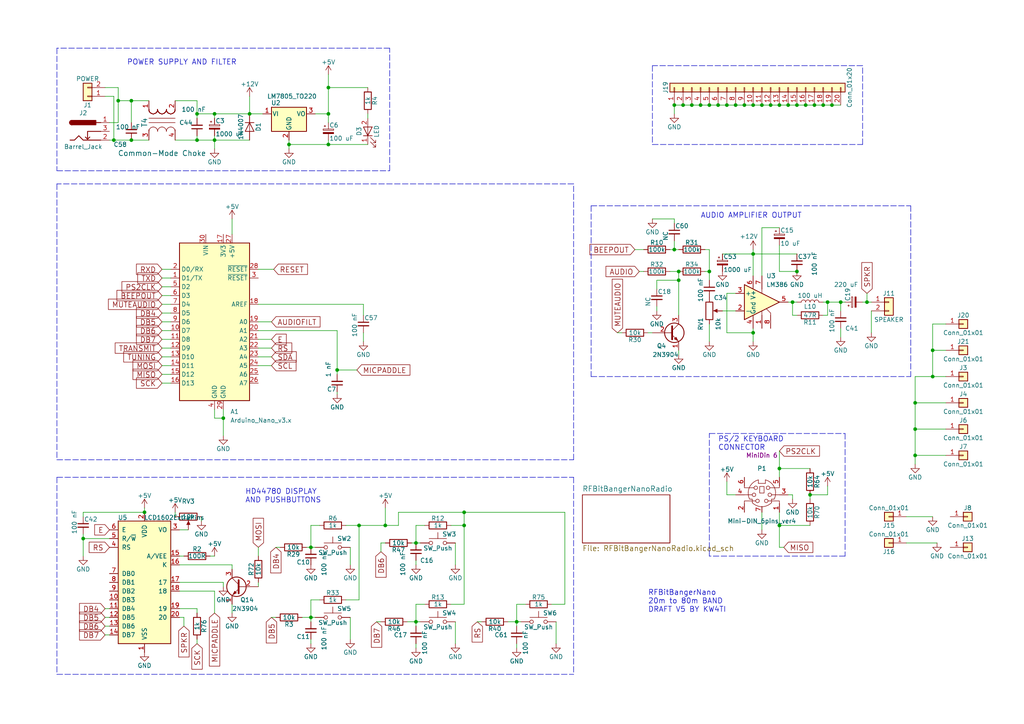
<source format=kicad_sch>
(kicad_sch (version 20211123) (generator eeschema)
  (paper "A4")
  (junction (at 265.43 116.84))
  (junction (at 198.12 30.48))
  (junction (at 265.43 132.08))
  (junction (at 195.58 30.48))
  (junction (at 120.65 157.48))
  (junction (at 231.14 78.74))
  (junction (at 218.44 30.48))
  (junction (at 251.46 87.63))
  (junction (at 270.51 109.22))
  (junction (at 218.44 96.52))
  (junction (at 270.51 101.6))
  (junction (at 83.82 41.91))
  (junction (at 72.39 33.02))
  (junction (at 34.29 29.21))
  (junction (at 57.15 40.64))
  (junction (at 226.06 135.89))
  (junction (at 97.79 107.315))
  (junction (at 95.25 41.91))
  (junction (at 95.25 33.02))
  (junction (at 134.62 148.59))
  (junction (at 241.3 30.48))
  (junction (at 223.52 30.48))
  (junction (at 95.25 25.4))
  (junction (at 218.44 73.66))
  (junction (at 213.36 30.48))
  (junction (at 233.68 30.48))
  (junction (at 38.1 29.21))
  (junction (at 90.17 158.75))
  (junction (at 210.82 30.48))
  (junction (at 215.9 30.48))
  (junction (at 196.85 78.74))
  (junction (at 231.14 30.48))
  (junction (at 38.1 40.64))
  (junction (at 236.22 30.48))
  (junction (at 234.95 143.51))
  (junction (at 120.65 180.34))
  (junction (at 205.74 30.48))
  (junction (at 220.98 30.48))
  (junction (at 196.85 81.28))
  (junction (at 240.03 87.63))
  (junction (at 57.15 33.02))
  (junction (at 64.77 121.285))
  (junction (at 62.23 40.64))
  (junction (at 203.2 30.48))
  (junction (at 208.28 30.48))
  (junction (at 200.66 30.48))
  (junction (at 41.91 148.59))
  (junction (at 205.74 78.74))
  (junction (at 104.14 152.4))
  (junction (at 265.43 124.46))
  (junction (at 195.58 72.39))
  (junction (at 226.06 30.48))
  (junction (at 62.23 33.02))
  (junction (at 243.84 87.63))
  (junction (at 111.76 152.4))
  (junction (at 238.76 30.48))
  (junction (at 33.02 40.64))
  (junction (at 229.87 87.63))
  (junction (at 149.86 180.34))
  (junction (at 226.06 152.4))
  (junction (at 90.17 179.07))
  (junction (at 24.13 156.21))
  (junction (at 228.6 30.48))
  (junction (at 134.62 152.4))
  (wire (pts (xy 231.14 30.48) (xy 233.68 30.48)))
  (polyline (pts (xy 189.23 41.91) (xy 250.19 41.91)))
  (wire (pts (xy 229.87 91.44) (xy 231.14 91.44)))
  (wire (pts (xy 46.99 78.105) (xy 49.53 78.105)))
  (wire (pts (xy 74.93 95.885) (xy 97.79 95.885)))
  (wire (pts (xy 57.15 29.21) (xy 57.15 33.02)))
  (wire (pts (xy 120.65 157.48) (xy 121.92 157.48)))
  (wire (pts (xy 57.15 40.64) (xy 57.15 39.37)))
  (wire (pts (xy 95.25 40.64) (xy 95.25 41.91)))
  (wire (pts (xy 195.58 63.5) (xy 195.58 64.77)))
  (wire (pts (xy 46.99 93.345) (xy 49.53 93.345)))
  (wire (pts (xy 111.76 152.4) (xy 111.76 147.32)))
  (wire (pts (xy 228.6 87.63) (xy 229.87 87.63)))
  (wire (pts (xy 97.79 107.315) (xy 97.79 108.585)))
  (wire (pts (xy 210.82 143.51) (xy 213.36 143.51)))
  (wire (pts (xy 24.13 154.94) (xy 24.13 156.21)))
  (wire (pts (xy 163.83 148.59) (xy 163.83 175.26)))
  (wire (pts (xy 203.2 30.48) (xy 205.74 30.48)))
  (wire (pts (xy 106.68 34.29) (xy 106.68 33.02)))
  (wire (pts (xy 226.06 148.59) (xy 226.06 152.4)))
  (wire (pts (xy 189.23 63.5) (xy 195.58 63.5)))
  (polyline (pts (xy 245.11 125.73) (xy 245.11 161.29)))
  (wire (pts (xy 58.42 151.13) (xy 58.42 149.86)))
  (wire (pts (xy 226.06 152.4) (xy 226.06 158.75)))
  (wire (pts (xy 265.43 124.46) (xy 265.43 132.08)))
  (wire (pts (xy 67.31 63.5) (xy 67.31 67.945)))
  (wire (pts (xy 52.07 168.91) (xy 64.77 168.91)))
  (wire (pts (xy 90.17 158.75) (xy 90.17 152.4)))
  (wire (pts (xy 38.1 40.64) (xy 43.18 40.64)))
  (wire (pts (xy 62.23 40.64) (xy 72.39 40.64)))
  (wire (pts (xy 62.23 39.37) (xy 62.23 40.64)))
  (wire (pts (xy 152.4 175.26) (xy 149.86 175.26)))
  (wire (pts (xy 243.84 87.63) (xy 243.84 90.17)))
  (wire (pts (xy 106.68 25.4) (xy 95.25 25.4)))
  (wire (pts (xy 120.65 175.26) (xy 120.65 180.34)))
  (wire (pts (xy 46.99 83.185) (xy 49.53 83.185)))
  (wire (pts (xy 62.23 118.745) (xy 62.23 121.285)))
  (wire (pts (xy 205.74 93.98) (xy 205.74 99.06)))
  (wire (pts (xy 194.31 72.39) (xy 195.58 72.39)))
  (wire (pts (xy 90.17 179.07) (xy 90.17 180.34)))
  (wire (pts (xy 270.51 93.98) (xy 270.51 101.6)))
  (wire (pts (xy 234.95 143.51) (xy 234.95 144.78)))
  (wire (pts (xy 274.32 101.6) (xy 270.51 101.6)))
  (wire (pts (xy 240.03 87.63) (xy 240.03 91.44)))
  (wire (pts (xy 72.39 33.02) (xy 76.2 33.02)))
  (wire (pts (xy 118.11 180.34) (xy 120.65 180.34)))
  (wire (pts (xy 132.08 180.34) (xy 132.08 186.69)))
  (polyline (pts (xy 113.03 13.97) (xy 16.51 13.97)))
  (wire (pts (xy 46.99 108.585) (xy 49.53 108.585)))
  (wire (pts (xy 34.29 29.21) (xy 34.29 35.56)))
  (wire (pts (xy 233.68 30.48) (xy 236.22 30.48)))
  (wire (pts (xy 90.17 152.4) (xy 92.71 152.4)))
  (wire (pts (xy 67.31 163.83) (xy 67.31 165.1)))
  (wire (pts (xy 74.93 106.045) (xy 78.74 106.045)))
  (wire (pts (xy 30.48 27.94) (xy 33.02 27.94)))
  (wire (pts (xy 38.1 29.21) (xy 43.18 29.21)))
  (wire (pts (xy 236.22 30.48) (xy 238.76 30.48)))
  (wire (pts (xy 120.65 152.4) (xy 123.19 152.4)))
  (wire (pts (xy 196.85 81.28) (xy 196.85 91.44)))
  (wire (pts (xy 243.84 87.63) (xy 245.11 87.63)))
  (wire (pts (xy 243.84 97.79) (xy 243.84 95.25)))
  (wire (pts (xy 111.76 152.4) (xy 115.57 152.4)))
  (wire (pts (xy 163.83 175.26) (xy 160.02 175.26)))
  (polyline (pts (xy 16.51 13.97) (xy 16.51 49.53)))
  (wire (pts (xy 31.75 40.64) (xy 33.02 40.64)))
  (polyline (pts (xy 171.45 59.69) (xy 171.45 109.22)))
  (wire (pts (xy 189.23 96.52) (xy 187.96 96.52)))
  (wire (pts (xy 270.51 149.86) (xy 262.89 149.86)))
  (wire (pts (xy 54.61 153.67) (xy 52.07 153.67)))
  (wire (pts (xy 31.75 181.61) (xy 30.48 181.61)))
  (wire (pts (xy 97.79 95.885) (xy 97.79 107.315)))
  (wire (pts (xy 24.13 148.59) (xy 24.13 149.86)))
  (wire (pts (xy 200.66 30.48) (xy 203.2 30.48)))
  (wire (pts (xy 226.06 71.12) (xy 226.06 78.74)))
  (wire (pts (xy 41.91 147.32) (xy 41.91 148.59)))
  (wire (pts (xy 104.14 152.4) (xy 104.14 173.99)))
  (wire (pts (xy 210.82 96.52) (xy 218.44 96.52)))
  (wire (pts (xy 215.9 30.48) (xy 218.44 30.48)))
  (wire (pts (xy 53.34 181.61) (xy 53.34 179.07)))
  (wire (pts (xy 186.69 78.74) (xy 185.42 78.74)))
  (wire (pts (xy 120.65 187.96) (xy 120.65 186.69)))
  (polyline (pts (xy 16.51 195.58) (xy 166.37 195.58)))
  (wire (pts (xy 46.99 80.645) (xy 49.53 80.645)))
  (wire (pts (xy 218.44 73.66) (xy 231.14 73.66)))
  (wire (pts (xy 198.12 30.48) (xy 200.66 30.48)))
  (wire (pts (xy 139.7 180.34) (xy 138.43 180.34)))
  (wire (pts (xy 57.15 33.02) (xy 62.23 33.02)))
  (wire (pts (xy 265.43 132.08) (xy 265.43 134.62)))
  (wire (pts (xy 195.58 33.02) (xy 195.58 30.48)))
  (polyline (pts (xy 171.45 109.22) (xy 264.16 109.22)))
  (wire (pts (xy 67.31 177.8) (xy 67.31 175.26)))
  (wire (pts (xy 104.14 152.4) (xy 111.76 152.4)))
  (wire (pts (xy 238.76 87.63) (xy 240.03 87.63)))
  (wire (pts (xy 52.07 163.83) (xy 67.31 163.83)))
  (wire (pts (xy 265.43 116.84) (xy 265.43 124.46)))
  (wire (pts (xy 57.15 185.42) (xy 57.15 186.69)))
  (wire (pts (xy 218.44 72.39) (xy 218.44 73.66)))
  (polyline (pts (xy 16.51 138.43) (xy 166.37 138.43)))
  (wire (pts (xy 104.14 173.99) (xy 100.33 173.99)))
  (wire (pts (xy 226.06 158.75) (xy 227.33 158.75)))
  (polyline (pts (xy 245.11 161.29) (xy 205.74 161.29)))
  (wire (pts (xy 241.3 30.48) (xy 243.84 30.48)))
  (wire (pts (xy 195.58 30.48) (xy 198.12 30.48)))
  (wire (pts (xy 95.25 33.02) (xy 95.25 35.56)))
  (wire (pts (xy 186.69 72.39) (xy 184.15 72.39)))
  (wire (pts (xy 50.8 148.59) (xy 50.8 149.86)))
  (wire (pts (xy 210.82 143.51) (xy 210.82 139.7)))
  (wire (pts (xy 274.32 132.08) (xy 265.43 132.08)))
  (wire (pts (xy 115.57 148.59) (xy 134.62 148.59)))
  (wire (pts (xy 119.38 157.48) (xy 120.65 157.48)))
  (wire (pts (xy 97.79 114.3) (xy 97.79 113.665)))
  (wire (pts (xy 220.98 153.67) (xy 220.98 148.59)))
  (wire (pts (xy 210.82 85.09) (xy 210.82 96.52)))
  (wire (pts (xy 218.44 96.52) (xy 218.44 99.06)))
  (wire (pts (xy 274.32 116.84) (xy 265.43 116.84)))
  (wire (pts (xy 46.99 98.425) (xy 49.53 98.425)))
  (wire (pts (xy 190.5 83.82) (xy 190.5 81.28)))
  (wire (pts (xy 105.41 96.52) (xy 105.41 99.06)))
  (wire (pts (xy 46.99 100.965) (xy 49.53 100.965)))
  (wire (pts (xy 223.52 30.48) (xy 226.06 30.48)))
  (wire (pts (xy 229.87 87.63) (xy 231.14 87.63)))
  (wire (pts (xy 100.33 152.4) (xy 104.14 152.4)))
  (wire (pts (xy 252.73 96.52) (xy 252.73 90.17)))
  (wire (pts (xy 46.99 85.725) (xy 49.53 85.725)))
  (wire (pts (xy 62.23 161.29) (xy 60.96 161.29)))
  (wire (pts (xy 120.65 163.83) (xy 120.65 162.56)))
  (wire (pts (xy 123.19 175.26) (xy 120.65 175.26)))
  (wire (pts (xy 195.58 69.85) (xy 195.58 72.39)))
  (wire (pts (xy 64.77 118.745) (xy 64.77 121.285)))
  (wire (pts (xy 134.62 175.26) (xy 130.81 175.26)))
  (wire (pts (xy 74.93 103.505) (xy 78.74 103.505)))
  (wire (pts (xy 62.23 33.02) (xy 72.39 33.02)))
  (polyline (pts (xy 166.37 53.34) (xy 16.51 53.34)))
  (wire (pts (xy 161.29 180.34) (xy 161.29 186.69)))
  (polyline (pts (xy 166.37 138.43) (xy 166.37 195.58)))
  (wire (pts (xy 220.98 80.01) (xy 220.98 66.04)))
  (wire (pts (xy 62.23 171.45) (xy 52.07 171.45)))
  (wire (pts (xy 110.49 157.48) (xy 111.76 157.48)))
  (wire (pts (xy 57.15 177.8) (xy 57.15 176.53)))
  (wire (pts (xy 64.77 168.91) (xy 64.77 170.18)))
  (polyline (pts (xy 113.03 49.53) (xy 113.03 13.97)))
  (wire (pts (xy 205.74 30.48) (xy 208.28 30.48)))
  (wire (pts (xy 33.02 27.94) (xy 33.02 40.64)))
  (wire (pts (xy 190.5 81.28) (xy 196.85 81.28)))
  (wire (pts (xy 218.44 95.25) (xy 218.44 96.52)))
  (wire (pts (xy 74.93 158.75) (xy 74.93 161.29)))
  (wire (pts (xy 46.99 103.505) (xy 49.53 103.505)))
  (wire (pts (xy 205.74 72.39) (xy 205.74 78.74)))
  (wire (pts (xy 218.44 30.48) (xy 220.98 30.48)))
  (polyline (pts (xy 171.45 59.69) (xy 264.16 59.69)))
  (wire (pts (xy 226.06 78.74) (xy 231.14 78.74)))
  (wire (pts (xy 208.28 30.48) (xy 210.82 30.48)))
  (wire (pts (xy 238.76 30.48) (xy 241.3 30.48)))
  (wire (pts (xy 74.93 168.91) (xy 74.93 170.18)))
  (wire (pts (xy 134.62 152.4) (xy 134.62 175.26)))
  (wire (pts (xy 274.32 93.98) (xy 270.51 93.98)))
  (wire (pts (xy 46.99 88.265) (xy 49.53 88.265)))
  (wire (pts (xy 34.29 35.56) (xy 31.75 35.56)))
  (wire (pts (xy 250.19 87.63) (xy 251.46 87.63)))
  (wire (pts (xy 90.17 158.75) (xy 91.44 158.75)))
  (wire (pts (xy 62.23 121.285) (xy 64.77 121.285)))
  (wire (pts (xy 265.43 109.22) (xy 270.51 109.22)))
  (wire (pts (xy 226.06 30.48) (xy 228.6 30.48)))
  (wire (pts (xy 92.71 173.99) (xy 90.17 173.99)))
  (wire (pts (xy 229.87 87.63) (xy 229.87 91.44)))
  (wire (pts (xy 226.06 152.4) (xy 234.95 152.4)))
  (wire (pts (xy 30.48 25.4) (xy 34.29 25.4)))
  (wire (pts (xy 62.23 40.64) (xy 62.23 43.18)))
  (wire (pts (xy 30.48 176.53) (xy 31.75 176.53)))
  (wire (pts (xy 218.44 73.66) (xy 218.44 80.01)))
  (wire (pts (xy 120.65 180.34) (xy 120.65 181.61)))
  (wire (pts (xy 226.06 130.81) (xy 226.06 135.89)))
  (wire (pts (xy 180.34 96.52) (xy 179.07 96.52)))
  (wire (pts (xy 83.82 41.91) (xy 95.25 41.91)))
  (wire (pts (xy 101.6 158.75) (xy 101.6 163.83)))
  (wire (pts (xy 226.06 135.89) (xy 226.06 138.43)))
  (wire (pts (xy 81.28 158.75) (xy 80.01 158.75)))
  (wire (pts (xy 53.34 179.07) (xy 52.07 179.07)))
  (polyline (pts (xy 16.51 133.35) (xy 166.37 133.35)))
  (wire (pts (xy 95.25 41.91) (xy 106.68 41.91)))
  (wire (pts (xy 46.99 106.045) (xy 49.53 106.045)))
  (wire (pts (xy 90.17 186.69) (xy 90.17 185.42)))
  (wire (pts (xy 62.23 177.8) (xy 62.23 171.45)))
  (wire (pts (xy 57.15 40.64) (xy 62.23 40.64)))
  (wire (pts (xy 24.13 156.21) (xy 31.75 156.21)))
  (wire (pts (xy 46.99 95.885) (xy 49.53 95.885)))
  (polyline (pts (xy 250.19 19.05) (xy 189.23 19.05)))
  (wire (pts (xy 229.87 144.78) (xy 229.87 143.51)))
  (wire (pts (xy 149.86 187.96) (xy 149.86 186.69)))
  (wire (pts (xy 101.6 179.07) (xy 101.6 185.42)))
  (wire (pts (xy 194.31 78.74) (xy 196.85 78.74)))
  (polyline (pts (xy 16.51 49.53) (xy 113.03 49.53)))
  (wire (pts (xy 209.55 73.66) (xy 218.44 73.66)))
  (wire (pts (xy 88.9 158.75) (xy 90.17 158.75)))
  (wire (pts (xy 147.32 180.34) (xy 149.86 180.34)))
  (wire (pts (xy 229.87 143.51) (xy 228.6 143.51)))
  (wire (pts (xy 46.99 90.805) (xy 49.53 90.805)))
  (wire (pts (xy 57.15 29.21) (xy 50.8 29.21)))
  (wire (pts (xy 83.82 40.64) (xy 83.82 41.91)))
  (wire (pts (xy 90.17 173.99) (xy 90.17 179.07)))
  (wire (pts (xy 34.29 25.4) (xy 34.29 29.21)))
  (wire (pts (xy 195.58 72.39) (xy 196.85 72.39)))
  (polyline (pts (xy 205.74 125.73) (xy 245.11 125.73)))
  (wire (pts (xy 240.03 140.97) (xy 240.03 143.51)))
  (wire (pts (xy 220.98 66.04) (xy 226.06 66.04)))
  (wire (pts (xy 213.36 85.09) (xy 210.82 85.09)))
  (wire (pts (xy 205.74 78.74) (xy 204.47 78.74)))
  (wire (pts (xy 120.65 180.34) (xy 121.92 180.34)))
  (wire (pts (xy 251.46 85.09) (xy 251.46 87.63)))
  (wire (pts (xy 53.34 161.29) (xy 52.07 161.29)))
  (wire (pts (xy 196.85 101.6) (xy 196.85 102.87)))
  (wire (pts (xy 271.78 157.48) (xy 262.89 157.48)))
  (wire (pts (xy 41.91 148.59) (xy 24.13 148.59)))
  (wire (pts (xy 24.13 156.21) (xy 24.13 161.29)))
  (wire (pts (xy 209.55 90.17) (xy 213.36 90.17)))
  (wire (pts (xy 134.62 152.4) (xy 130.81 152.4)))
  (wire (pts (xy 80.01 179.07) (xy 78.74 179.07)))
  (polyline (pts (xy 16.51 138.43) (xy 16.51 195.58)))
  (wire (pts (xy 149.86 180.34) (xy 151.13 180.34)))
  (wire (pts (xy 220.98 30.48) (xy 223.52 30.48)))
  (polyline (pts (xy 189.23 19.05) (xy 189.23 41.91)))
  (wire (pts (xy 83.82 41.91) (xy 83.82 43.18)))
  (wire (pts (xy 62.23 33.02) (xy 62.23 34.29)))
  (wire (pts (xy 226.06 135.89) (xy 234.95 135.89)))
  (wire (pts (xy 110.49 180.34) (xy 109.22 180.34)))
  (wire (pts (xy 228.6 30.48) (xy 231.14 30.48)))
  (wire (pts (xy 50.8 40.64) (xy 57.15 40.64)))
  (wire (pts (xy 31.75 179.07) (xy 30.48 179.07)))
  (wire (pts (xy 31.75 184.15) (xy 30.48 184.15)))
  (wire (pts (xy 95.25 25.4) (xy 95.25 33.02)))
  (wire (pts (xy 87.63 179.07) (xy 90.17 179.07)))
  (wire (pts (xy 132.08 157.48) (xy 132.08 163.83)))
  (wire (pts (xy 74.93 100.965) (xy 78.74 100.965)))
  (wire (pts (xy 240.03 87.63) (xy 243.84 87.63)))
  (wire (pts (xy 46.99 111.125) (xy 49.53 111.125)))
  (wire (pts (xy 74.93 78.105) (xy 79.375 78.105)))
  (polyline (pts (xy 166.37 133.35) (xy 166.37 53.34)))
  (wire (pts (xy 105.41 91.44) (xy 105.41 88.265)))
  (wire (pts (xy 240.03 91.44) (xy 238.76 91.44)))
  (wire (pts (xy 95.25 33.02) (xy 91.44 33.02)))
  (wire (pts (xy 33.02 40.64) (xy 38.1 40.64)))
  (wire (pts (xy 213.36 30.48) (xy 215.9 30.48)))
  (wire (pts (xy 205.74 78.74) (xy 205.74 81.28)))
  (wire (pts (xy 72.39 33.02) (xy 72.39 27.94)))
  (wire (pts (xy 196.85 78.74) (xy 196.85 81.28)))
  (wire (pts (xy 270.51 101.6) (xy 270.51 109.22)))
  (wire (pts (xy 115.57 152.4) (xy 115.57 148.59)))
  (wire (pts (xy 105.41 88.265) (xy 74.93 88.265)))
  (wire (pts (xy 210.82 30.48) (xy 213.36 30.48)))
  (polyline (pts (xy 250.19 41.91) (xy 250.19 19.05)))
  (wire (pts (xy 57.15 33.02) (xy 57.15 34.29)))
  (wire (pts (xy 74.93 93.345) (xy 78.74 93.345)))
  (wire (pts (xy 97.79 107.315) (xy 103.505 107.315)))
  (wire (pts (xy 265.43 109.22) (xy 265.43 116.84)))
  (wire (pts (xy 270.51 109.22) (xy 274.32 109.22)))
  (wire (pts (xy 251.46 87.63) (xy 252.73 87.63)))
  (wire (pts (xy 34.29 29.21) (xy 38.1 29.21)))
  (polyline (pts (xy 16.51 53.34) (xy 16.51 133.35)))
  (wire (pts (xy 74.93 98.425) (xy 78.74 98.425)))
  (polyline (pts (xy 264.16 59.69) (xy 264.16 109.22)))
  (wire (pts (xy 274.32 124.46) (xy 265.43 124.46)))
  (wire (pts (xy 240.03 143.51) (xy 234.95 143.51)))
  (wire (pts (xy 149.86 175.26) (xy 149.86 180.34)))
  (wire (pts (xy 95.25 21.59) (xy 95.25 25.4)))
  (wire (pts (xy 120.65 152.4) (xy 120.65 157.48)))
  (wire (pts (xy 134.62 148.59) (xy 134.62 152.4)))
  (wire (pts (xy 149.86 180.34) (xy 149.86 181.61)))
  (polyline (pts (xy 205.74 161.29) (xy 205.74 125.73)))
  (wire (pts (xy 38.1 35.56) (xy 38.1 29.21)))
  (wire (pts (xy 134.62 148.59) (xy 163.83 148.59)))
  (wire (pts (xy 90.17 179.07) (xy 91.44 179.07)))
  (wire (pts (xy 110.49 160.02) (xy 110.49 157.48)))
  (wire (pts (xy 64.77 121.285) (xy 64.77 126.365)))
  (wire (pts (xy 57.15 176.53) (xy 52.07 176.53)))
  (wire (pts (xy 190.5 88.9) (xy 190.5 90.17)))
  (wire (pts (xy 204.47 72.39) (xy 205.74 72.39)))
  (text "POWER SUPPLY AND FILTER" (at 36.83 19.05 0) (effects (font (size 1.524 1.524)) (justify left bottom)))
  (text "PS/2 KEYBOARD\nCONNECTOR" (at 208.28 130.81 0) (effects (font (size 1.524 1.524)) (justify left bottom)))
  (text "AUDIO AMPLIFIER OUTPUT" (at 203.2 63.5 0) (effects (font (size 1.524 1.524)) (justify left bottom)))
  (text "RFBitBangerNano\n20m to 80m BAND\nDRAFT V5 BY KW4TI" (at 187.96 177.8 0) (effects (font (size 1.524 1.524)) (justify left bottom)))
  (text "HD44780 DISPLAY\nAND PUSHBUTTONS" (at 71.12 146.05 0) (effects (font (size 1.524 1.524)) (justify left bottom)))
  (global_label "DB4" (shape input) (at 30.48 176.53 180) (effects (font (size 1.524 1.524))) (property "Intersheet References" "${INTERSHEET_REFS}" (effects hide)))
  (global_label "PS2CLK" (shape input) (at 226.06 130.81 0) (effects (font (size 1.524 1.524))) (property "Intersheet References" "${INTERSHEET_REFS}" (effects hide)))
  (global_label "RS" (shape input) (at 138.43 180.34 270) (effects (font (size 1.524 1.524))) (property "Intersheet References" "${INTERSHEET_REFS}" (effects hide)))
  (global_label "RS" (shape input) (at 31.75 158.75 180) (effects (font (size 1.524 1.524))) (property "Intersheet References" "${INTERSHEET_REFS}" (effects hide)))
  (global_label "MOSI" (shape input) (at 74.93 158.75 90) (effects (font (size 1.524 1.524))) (property "Intersheet References" "${INTERSHEET_REFS}" (effects hide)))
  (global_label "RESET" (shape input) (at 79.375 78.105 0) (effects (font (size 1.524 1.524))) (property "Intersheet References" "${INTERSHEET_REFS}" (effects hide)))
  (global_label "DB5" (shape input) (at 30.48 179.07 180) (effects (font (size 1.524 1.524))) (property "Intersheet References" "${INTERSHEET_REFS}" (effects hide)))
  (global_label "SCK" (shape input) (at 46.99 111.125 180) (effects (font (size 1.524 1.524))) (property "Intersheet References" "${INTERSHEET_REFS}" (effects hide)))
  (global_label "TUNING" (shape input) (at 46.99 103.505 180) (effects (font (size 1.524 1.524))) (property "Intersheet References" "${INTERSHEET_REFS}" (effects hide)))
  (global_label "SDA" (shape input) (at 78.74 103.505 0) (effects (font (size 1.524 1.524))) (property "Intersheet References" "${INTERSHEET_REFS}" (effects hide)))
  (global_label "SCL" (shape input) (at 78.74 106.045 0) (effects (font (size 1.524 1.524))) (property "Intersheet References" "${INTERSHEET_REFS}" (effects hide)))
  (global_label "MISO" (shape input) (at 227.33 158.75 0) (effects (font (size 1.524 1.524))) (property "Intersheet References" "${INTERSHEET_REFS}" (effects hide)))
  (global_label "DB6" (shape input) (at 46.99 95.885 180) (effects (font (size 1.524 1.524))) (property "Intersheet References" "${INTERSHEET_REFS}" (effects hide)))
  (global_label "MICPADDLE" (shape input) (at 103.505 107.315 0) (effects (font (size 1.524 1.524))) (property "Intersheet References" "${INTERSHEET_REFS}" (effects hide)))
  (global_label "SPKR" (shape input) (at 53.34 181.61 270) (effects (font (size 1.524 1.524))) (property "Intersheet References" "${INTERSHEET_REFS}" (effects hide)))
  (global_label "RS" (shape input) (at 78.74 100.965 0) (effects (font (size 1.524 1.524))) (property "Intersheet References" "${INTERSHEET_REFS}" (effects hide)))
  (global_label "AUDIO" (shape input) (at 185.42 78.74 180) (effects (font (size 1.524 1.524))) (property "Intersheet References" "${INTERSHEET_REFS}" (effects hide)))
  (global_label "DB7" (shape input) (at 109.22 180.34 270) (effects (font (size 1.524 1.524))) (property "Intersheet References" "${INTERSHEET_REFS}" (effects hide)))
  (global_label "MOSI" (shape input) (at 46.99 106.045 180) (effects (font (size 1.524 1.524))) (property "Intersheet References" "${INTERSHEET_REFS}" (effects hide)))
  (global_label "MICPADDLE" (shape input) (at 62.23 177.8 270) (effects (font (size 1.524 1.524))) (property "Intersheet References" "${INTERSHEET_REFS}" (effects hide)))
  (global_label "DB5" (shape input) (at 78.74 179.07 270) (effects (font (size 1.524 1.524))) (property "Intersheet References" "${INTERSHEET_REFS}" (effects hide)))
  (global_label "BEEPOUT" (shape input) (at 184.15 72.39 180) (effects (font (size 1.524 1.524))) (property "Intersheet References" "${INTERSHEET_REFS}" (effects hide)))
  (global_label "DB6" (shape input) (at 110.49 160.02 270) (effects (font (size 1.524 1.524))) (property "Intersheet References" "${INTERSHEET_REFS}" (effects hide)))
  (global_label "SPKR" (shape input) (at 251.46 85.09 90) (effects (font (size 1.524 1.524))) (property "Intersheet References" "${INTERSHEET_REFS}" (effects hide)))
  (global_label "RXD" (shape input) (at 46.99 78.105 180) (effects (font (size 1.524 1.524))) (property "Intersheet References" "${INTERSHEET_REFS}" (effects hide)))
  (global_label "SCK" (shape input) (at 57.15 186.69 270) (effects (font (size 1.524 1.524))) (property "Intersheet References" "${INTERSHEET_REFS}" (effects hide)))
  (global_label "DB4" (shape input) (at 46.99 90.805 180) (effects (font (size 1.524 1.524))) (property "Intersheet References" "${INTERSHEET_REFS}" (effects hide)))
  (global_label "DB7" (shape input) (at 30.48 184.15 180) (effects (font (size 1.524 1.524))) (property "Intersheet References" "${INTERSHEET_REFS}" (effects hide)))
  (global_label "DB4" (shape input) (at 80.01 158.75 270) (effects (font (size 1.524 1.524))) (property "Intersheet References" "${INTERSHEET_REFS}" (effects hide)))
  (global_label "DB7" (shape input) (at 46.99 98.425 180) (effects (font (size 1.524 1.524))) (property "Intersheet References" "${INTERSHEET_REFS}" (effects hide)))
  (global_label "DB5" (shape input) (at 46.99 93.345 180) (effects (font (size 1.524 1.524))) (property "Intersheet References" "${INTERSHEET_REFS}" (effects hide)))
  (global_label "BEEPOUT" (shape input) (at 46.99 85.725 180) (effects (font (size 1.524 1.524))) (property "Intersheet References" "${INTERSHEET_REFS}" (effects hide)))
  (global_label "TXD" (shape input) (at 46.99 80.645 180) (effects (font (size 1.524 1.524))) (property "Intersheet References" "${INTERSHEET_REFS}" (effects hide)))
  (global_label "MISO" (shape input) (at 46.99 108.585 180) (effects (font (size 1.524 1.524))) (property "Intersheet References" "${INTERSHEET_REFS}" (effects hide)))
  (global_label "E" (shape input) (at 31.75 153.67 180) (effects (font (size 1.524 1.524))) (property "Intersheet References" "${INTERSHEET_REFS}" (effects hide)))
  (global_label "DB6" (shape input) (at 30.48 181.61 180) (effects (font (size 1.524 1.524))) (property "Intersheet References" "${INTERSHEET_REFS}" (effects hide)))
  (global_label "TRANSMIT" (shape input) (at 46.99 100.965 180) (effects (font (size 1.524 1.524))) (property "Intersheet References" "${INTERSHEET_REFS}" (effects hide)))
  (global_label "PS2CLK" (shape input) (at 46.99 83.185 180) (effects (font (size 1.524 1.524))) (property "Intersheet References" "${INTERSHEET_REFS}" (effects hide)))
  (global_label "MUTEAUDIO" (shape input) (at 179.07 96.52 90) (effects (font (size 1.524 1.524))) (property "Intersheet References" "${INTERSHEET_REFS}" (effects hide)))
  (global_label "E" (shape input) (at 78.74 98.425 0) (effects (font (size 1.524 1.524))) (property "Intersheet References" "${INTERSHEET_REFS}" (effects hide)))
  (global_label "MUTEAUDIO" (shape input) (at 46.99 88.265 180) (effects (font (size 1.524 1.524))) (property "Intersheet References" "${INTERSHEET_REFS}" (effects hide)))
  (global_label "AUDIOFILT" (shape input) (at 78.74 93.345 0) (effects (font (size 1.524 1.524))) (property "Intersheet References" "${INTERSHEET_REFS}" (effects hide)))
  (symbol (lib_id "RFBitBangerNano-rescue:Barrel_Jack") (at 24.13 38.1 0) (unit 1)
    (property "Reference" "J2" (at 24.13 32.766 0))
    (property "Value" "Barrel_Jack" (at 24.13 42.545 0))
    (property "Footprint" "Connectors:BARREL_JACK" (effects hide))
  )
  (symbol (lib_id "RFBitBangerNano-rescue:CP_Small") (at 62.23 36.83 0) (unit 1)
    (property "Reference" "C3" (at 62.484 35.052 0) (effects (justify left)))
    (property "Value" "1000 uF" (at 62.484 38.862 0) (effects (justify left)))
    (property "Footprint" "Capacitors_THT:CP_Radial_D8.0mm_P3.50mm" (effects hide))
  )
  (symbol (lib_id "RFBitBangerNano-rescue:LM7805_TO220") (at 83.82 33.02 0) (unit 1)
    (property "Reference" "U2" (at 80.01 29.845 0))
    (property "Value" "LM7805_TO220" (at 77.47 27.94 0) (effects (justify left)))
    (property "Footprint" "TO_SOT_Packages_THT:TO-220-3_Vertical" (effects hide))
  )
  (symbol (lib_id "RFBitBangerNano-rescue:GND") (at 83.82 43.18 0) (unit 1)
    (property "Reference" "#PWR01" (effects hide))
    (property "Value" "GND" (at 83.82 46.99 0))
  )
  (symbol (lib_id "RFBitBangerNano-rescue:GND") (at 62.23 43.18 0) (unit 1)
    (property "Reference" "#PWR02" (effects hide))
    (property "Value" "GND" (at 62.23 46.99 0))
  )
  (symbol (lib_id "RFBitBangerNano-rescue:+12V") (at 72.39 27.94 0) (unit 1)
    (property "Reference" "#PWR03" (effects hide))
    (property "Value" "+12V" (at 72.39 24.384 0))
  )
  (symbol (lib_id "RFBitBangerNano-rescue:+5V") (at 95.25 21.59 0) (unit 1)
    (property "Reference" "#PWR04" (effects hide))
    (property "Value" "+5V" (at 95.25 18.034 0))
  )
  (symbol (lib_id "RFBitBangerNano-rescue:CP_Small") (at 95.25 38.1 0) (unit 1)
    (property "Reference" "C6" (at 95.504 36.322 0) (effects (justify left)))
    (property "Value" "100 uF" (at 95.504 40.132 0) (effects (justify left)))
    (property "Footprint" "Capacitors_THT:CP_Radial_D5.0mm_P2.50mm" (effects hide))
  )
  (symbol (lib_id "RFBitBangerNano-rescue:R") (at 106.68 29.21 0) (unit 1)
    (property "Reference" "R4" (at 108.712 29.21 90))
    (property "Value" "1k" (at 106.68 29.21 90))
    (property "Footprint" "Resistors_THT:R_Axial_DIN0207_L6.3mm_D2.5mm_P7.62mm_Horizontal" (effects hide))
  )
  (symbol (lib_id "RFBitBangerNano-rescue:LED") (at 106.68 38.1 90) (unit 1)
    (property "Reference" "D3" (at 104.14 38.1 0))
    (property "Value" "LED" (at 109.22 38.1 0))
    (property "Footprint" "LEDs:LED_D3.0mm" (effects hide))
  )
  (symbol (lib_id "RFBitBangerNano-rescue:D") (at 72.39 36.83 270) (unit 1)
    (property "Reference" "D1" (at 74.93 36.83 0))
    (property "Value" "1N4007" (at 69.85 36.83 0))
    (property "Footprint" "Diodes_THT:D_DO-41_SOD81_P7.62mm_Horizontal" (effects hide))
  )
  (symbol (lib_id "RFBitBangerNano-rescue:Conn_01x02") (at 257.81 87.63 0) (unit 1)
    (property "Reference" "J11" (at 257.81 85.09 0))
    (property "Value" "SPEAKER" (at 257.81 92.71 0))
    (property "Footprint" "Connectors_Terminal_Blocks:TerminalBlock_bornier-2_P5.08mm" (effects hide))
  )
  (symbol (lib_id "RFBitBangerNano-rescue:GND") (at 218.44 99.06 0) (unit 1)
    (property "Reference" "#PWR013" (effects hide))
    (property "Value" "GND" (at 218.44 102.87 0))
  )
  (symbol (lib_id "RFBitBangerNano-rescue:LM386") (at 220.98 87.63 0) (unit 1)
    (property "Reference" "U3" (at 222.25 80.01 0) (effects (justify left)))
    (property "Value" "LM386" (at 222.25 82.55 0) (effects (justify left)))
    (property "Footprint" "Housings_DIP:DIP-8_W7.62mm_Socket" (effects hide))
  )
  (symbol (lib_id "RFBitBangerNano-rescue:POT") (at 205.74 90.17 0) (unit 1)
    (property "Reference" "RV1" (at 203.2 93.98 90))
    (property "Value" "10k" (at 208.28 93.98 90))
    (property "Footprint" "RFBitBangerNano:Potentiometer_Big_Small_Combined" (effects hide))
  )
  (symbol (lib_id "RFBitBangerNano-rescue:GND") (at 205.74 99.06 0) (unit 1)
    (property "Reference" "#PWR014" (effects hide))
    (property "Value" "GND" (at 205.74 102.87 0))
  )
  (symbol (lib_id "RFBitBangerNano-rescue:GND") (at 252.73 96.52 0) (unit 1)
    (property "Reference" "#PWR015" (effects hide))
    (property "Value" "GND" (at 252.73 100.33 0))
  )
  (symbol (lib_id "RFBitBangerNano-rescue:CP_Small") (at 247.65 87.63 90) (unit 1)
    (property "Reference" "C19" (at 245.872 87.376 0) (effects (justify left)))
    (property "Value" "220 uF" (at 248.92 82.55 90) (effects (justify left)))
    (property "Footprint" "Capacitors_THT:CP_Radial_D7.5mm_P2.50mm" (effects hide))
  )
  (symbol (lib_id "RFBitBangerNano-rescue:GND") (at 97.79 114.3 0) (unit 1)
    (property "Reference" "#PWR016" (effects hide))
    (property "Value" "GND" (at 97.79 118.11 0))
  )
  (symbol (lib_id "RFBitBangerNano-rescue:C_Small") (at 97.79 111.125 180) (unit 1)
    (property "Reference" "C7" (at 97.536 112.903 0) (effects (justify left)))
    (property "Value" "1 nF" (at 95.25 104.775 90) (effects (justify left)))
    (property "Footprint" "Capacitors_THT:C_Disc_D5.0mm_W2.5mm_P5.00mm" (effects hide))
  )
  (symbol (lib_id "RFBitBangerNano-rescue:Conn_01x02") (at 25.4 27.94 180) (unit 1)
    (property "Reference" "J1" (at 25.4 30.48 0))
    (property "Value" "POWER" (at 25.4 22.86 0))
    (property "Footprint" "Connectors_Terminal_Blocks:TerminalBlock_bornier-2_P5.08mm" (effects hide))
  )
  (symbol (lib_id "RFBitBangerNano-rescue:Conn_01x01") (at 279.4 109.22 0) (unit 1)
    (property "Reference" "J3" (at 279.4 106.68 0))
    (property "Value" "Conn_01x01" (at 279.4 111.76 0))
    (property "Footprint" "Connectors:1pin" (effects hide))
  )
  (symbol (lib_id "RFBitBangerNano-rescue:Conn_01x01") (at 279.4 116.84 0) (unit 1)
    (property "Reference" "J4" (at 279.4 114.3 0))
    (property "Value" "Conn_01x01" (at 279.4 119.38 0))
    (property "Footprint" "Connectors:1pin" (effects hide))
  )
  (symbol (lib_id "RFBitBangerNano-rescue:Conn_01x01") (at 279.4 132.08 0) (unit 1)
    (property "Reference" "J7" (at 279.4 129.54 0))
    (property "Value" "Conn_01x01" (at 279.4 134.62 0))
    (property "Footprint" "Connectors:1pin" (effects hide))
  )
  (symbol (lib_id "RFBitBangerNano-rescue:Conn_01x01") (at 279.4 124.46 0) (unit 1)
    (property "Reference" "J6" (at 279.4 121.92 0))
    (property "Value" "Conn_01x01" (at 279.4 127 0))
    (property "Footprint" "Connectors:1pin" (effects hide))
  )
  (symbol (lib_id "RFBitBangerNano-rescue:SW_Push") (at 96.52 158.75 0) (unit 1)
    (property "Reference" "SW2" (at 97.79 156.21 0) (effects (justify left)))
    (property "Value" "SW_Push" (at 96.52 160.274 0))
    (property "Footprint" "Buttons_Switches_THT:SW_PUSH_6mm" (effects hide))
  )
  (symbol (lib_id "RFBitBangerNano-rescue:GND") (at 101.6 163.83 0) (unit 1)
    (property "Reference" "#PWR017" (effects hide))
    (property "Value" "GND" (at 101.6 167.64 0))
  )
  (symbol (lib_id "RFBitBangerNano-rescue:C_Small") (at 90.17 161.29 180) (unit 1)
    (property "Reference" "C10" (at 89.916 163.068 0) (effects (justify left)))
    (property "Value" "100 nF" (at 93.98 160.02 90) (effects (justify left)))
    (property "Footprint" "Capacitors_THT:C_Disc_D5.0mm_W2.5mm_P2.50mm" (effects hide))
  )
  (symbol (lib_id "RFBitBangerNano-rescue:GND") (at 90.17 163.83 0) (unit 1)
    (property "Reference" "#PWR018" (effects hide))
    (property "Value" "GND" (at 90.17 167.64 0))
  )
  (symbol (lib_id "RFBitBangerNano-rescue:R") (at 96.52 152.4 90) (unit 1)
    (property "Reference" "R6" (at 96.52 150.368 90))
    (property "Value" "1k" (at 96.52 152.4 90))
    (property "Footprint" "Resistors_THT:R_Axial_DIN0207_L6.3mm_D2.5mm_P7.62mm_Horizontal" (effects hide))
  )
  (symbol (lib_id "RFBitBangerNano-rescue:SW_Push") (at 127 157.48 0) (unit 1)
    (property "Reference" "SW3" (at 128.27 154.94 0) (effects (justify left)))
    (property "Value" "SW_Push" (at 127 159.004 0))
    (property "Footprint" "Buttons_Switches_THT:SW_PUSH_6mm" (effects hide))
  )
  (symbol (lib_id "RFBitBangerNano-rescue:GND") (at 132.08 163.83 0) (unit 1)
    (property "Reference" "#PWR019" (effects hide))
    (property "Value" "GND" (at 132.08 167.64 0))
  )
  (symbol (lib_id "RFBitBangerNano-rescue:C_Small") (at 120.65 160.02 180) (unit 1)
    (property "Reference" "C16" (at 125.73 162.56 0) (effects (justify left)))
    (property "Value" "100 nF" (at 116.84 160.02 90) (effects (justify left)))
    (property "Footprint" "Capacitors_THT:C_Disc_D5.0mm_W2.5mm_P2.50mm" (effects hide))
  )
  (symbol (lib_id "RFBitBangerNano-rescue:GND") (at 120.65 163.83 0) (unit 1)
    (property "Reference" "#PWR020" (effects hide))
    (property "Value" "GND" (at 120.65 167.64 0))
  )
  (symbol (lib_id "RFBitBangerNano-rescue:R") (at 127 152.4 90) (unit 1)
    (property "Reference" "R12" (at 127 150.368 90))
    (property "Value" "1k" (at 127 152.4 90))
    (property "Footprint" "Resistors_THT:R_Axial_DIN0207_L6.3mm_D2.5mm_P7.62mm_Horizontal" (effects hide))
  )
  (symbol (lib_id "RFBitBangerNano-rescue:SW_Push") (at 127 180.34 0) (unit 1)
    (property "Reference" "SW4" (at 128.27 177.8 0) (effects (justify left)))
    (property "Value" "SW_Push" (at 127 181.864 0))
    (property "Footprint" "Buttons_Switches_THT:SW_PUSH_6mm" (effects hide))
  )
  (symbol (lib_id "RFBitBangerNano-rescue:GND") (at 132.08 186.69 0) (unit 1)
    (property "Reference" "#PWR021" (effects hide))
    (property "Value" "GND" (at 132.08 190.5 0))
  )
  (symbol (lib_id "RFBitBangerNano-rescue:C_Small") (at 120.65 184.15 180) (unit 1)
    (property "Reference" "C17" (at 118.11 184.15 0) (effects (justify left)))
    (property "Value" "100 nF" (at 123.19 182.88 90) (effects (justify left)))
    (property "Footprint" "Capacitors_THT:C_Disc_D5.0mm_W2.5mm_P2.50mm" (effects hide))
  )
  (symbol (lib_id "RFBitBangerNano-rescue:GND") (at 120.65 187.96 0) (unit 1)
    (property "Reference" "#PWR022" (effects hide))
    (property "Value" "GND" (at 120.65 191.77 0))
  )
  (symbol (lib_id "RFBitBangerNano-rescue:R") (at 127 175.26 90) (unit 1)
    (property "Reference" "R13" (at 127 173.228 90))
    (property "Value" "1k" (at 127 175.26 90))
    (property "Footprint" "Resistors_THT:R_Axial_DIN0207_L6.3mm_D2.5mm_P7.62mm_Horizontal" (effects hide))
  )
  (symbol (lib_id "RFBitBangerNano-rescue:R") (at 190.5 78.74 90) (unit 1)
    (property "Reference" "R32" (at 190.5 76.708 90))
    (property "Value" "100k" (at 190.5 78.74 90))
    (property "Footprint" "Resistors_THT:R_Axial_DIN0207_L6.3mm_D2.5mm_P7.62mm_Horizontal" (effects hide))
  )
  (symbol (lib_id "RFBitBangerNano-rescue:SW_Push") (at 96.52 179.07 0) (unit 1)
    (property "Reference" "SW5" (at 97.79 176.53 0) (effects (justify left)))
    (property "Value" "SW_Push" (at 96.52 180.594 0))
    (property "Footprint" "Buttons_Switches_THT:SW_PUSH_6mm" (effects hide))
  )
  (symbol (lib_id "RFBitBangerNano-rescue:GND") (at 101.6 185.42 0) (unit 1)
    (property "Reference" "#PWR023" (effects hide))
    (property "Value" "GND" (at 101.6 189.23 0))
  )
  (symbol (lib_id "RFBitBangerNano-rescue:C_Small") (at 90.17 182.88 180) (unit 1)
    (property "Reference" "C11" (at 89.916 184.658 0) (effects (justify left)))
    (property "Value" "100 nF" (at 93.98 181.61 90) (effects (justify left)))
    (property "Footprint" "Capacitors_THT:C_Disc_D5.0mm_W2.5mm_P2.50mm" (effects hide))
  )
  (symbol (lib_id "RFBitBangerNano-rescue:GND") (at 90.17 186.69 0) (unit 1)
    (property "Reference" "#PWR024" (effects hide))
    (property "Value" "GND" (at 90.17 190.5 0))
  )
  (symbol (lib_id "RFBitBangerNano-rescue:R") (at 96.52 173.99 90) (unit 1)
    (property "Reference" "R33" (at 96.52 171.958 90))
    (property "Value" "1k" (at 96.52 173.99 90))
    (property "Footprint" "Resistors_THT:R_Axial_DIN0207_L6.3mm_D2.5mm_P7.62mm_Horizontal" (effects hide))
  )
  (symbol (lib_id "RFBitBangerNano-rescue:2N3904") (at 194.31 96.52 0) (unit 1)
    (property "Reference" "Q4" (at 190.5 100.33 0) (effects (justify left)))
    (property "Value" "2N3904" (at 189.23 102.87 0) (effects (justify left)))
    (property "Footprint" "TO_SOT_Packages_THT:TO-92_Inline_Wide" (effects hide))
  )
  (symbol (lib_id "RFBitBangerNano-rescue:R") (at 184.15 96.52 270) (unit 1)
    (property "Reference" "R30" (at 184.15 98.552 90))
    (property "Value" "10k" (at 184.15 96.52 90))
    (property "Footprint" "Resistors_THT:R_Axial_DIN0207_L6.3mm_D2.5mm_P7.62mm_Horizontal" (effects hide))
  )
  (symbol (lib_id "RFBitBangerNano-rescue:GND") (at 196.85 102.87 0) (unit 1)
    (property "Reference" "#PWR025" (effects hide))
    (property "Value" "GND" (at 196.85 106.68 0))
  )
  (symbol (lib_id "RFBitBangerNano-rescue:+12V") (at 218.44 72.39 0) (unit 1)
    (property "Reference" "#PWR026" (effects hide))
    (property "Value" "+12V" (at 217.17 68.58 0))
  )
  (symbol (lib_id "RFBitBangerNano-rescue:R") (at 200.66 72.39 90) (unit 1)
    (property "Reference" "R31" (at 200.66 70.358 90))
    (property "Value" "100k" (at 200.66 72.39 90))
    (property "Footprint" "Resistors_THT:R_Axial_DIN0207_L6.3mm_D2.5mm_P7.62mm_Horizontal" (effects hide))
  )
  (symbol (lib_id "RFBitBangerNano-rescue:C_Small") (at 205.74 83.82 0) (unit 1)
    (property "Reference" "C34" (at 207.01 86.36 0) (effects (justify left)))
    (property "Value" "100 nF" (at 203.2 87.63 90) (effects (justify left)))
    (property "Footprint" "Capacitors_THT:C_Disc_D5.0mm_W2.5mm_P2.50mm" (effects hide))
  )
  (symbol (lib_id "RFBitBangerNano-rescue:R") (at 200.66 78.74 90) (unit 1)
    (property "Reference" "R34" (at 200.66 76.708 90))
    (property "Value" "100k" (at 200.66 78.74 90))
    (property "Footprint" "Resistors_THT:R_Axial_DIN0207_L6.3mm_D2.5mm_P7.62mm_Horizontal" (effects hide))
  )
  (symbol (lib_id "RFBitBangerNano-rescue:C_Small") (at 231.14 76.2 0) (unit 1)
    (property "Reference" "C37" (at 231.394 74.422 0) (effects (justify left)))
    (property "Value" "100 nF" (at 236.22 80.01 90) (effects (justify left)))
    (property "Footprint" "Capacitors_THT:C_Disc_D5.0mm_W2.5mm_P2.50mm" (effects hide))
  )
  (symbol (lib_id "RFBitBangerNano-rescue:GND") (at 231.14 78.74 0) (unit 1)
    (property "Reference" "#PWR027" (effects hide))
    (property "Value" "GND" (at 231.14 82.55 0))
  )
  (symbol (lib_id "RFBitBangerNano-rescue:C_Small") (at 57.15 36.83 180) (unit 1)
    (property "Reference" "C44" (at 55.88 35.56 0) (effects (justify left)))
    (property "Value" "100 nF" (at 59.69 31.75 0) (effects (justify left)))
    (property "Footprint" "Capacitors_THT:C_Disc_D5.0mm_W2.5mm_P2.50mm" (effects hide))
  )
  (symbol (lib_id "RFBitBangerNano-rescue:+5V") (at 62.23 161.29 0) (unit 1)
    (property "Reference" "#PWR028" (effects hide))
    (property "Value" "+5V" (at 62.23 157.734 0))
  )
  (symbol (lib_id "RFBitBangerNano-rescue:R") (at 57.15 161.29 90) (unit 1)
    (property "Reference" "R2" (at 57.15 159.258 90))
    (property "Value" "100R" (at 57.15 161.29 90))
    (property "Footprint" "Resistors_THT:R_Axial_DIN0207_L6.3mm_D2.5mm_P7.62mm_Horizontal" (effects hide))
  )
  (symbol (lib_id "RFBitBangerNano-rescue:GND") (at 41.91 189.23 0) (unit 1)
    (property "Reference" "#PWR029" (effects hide))
    (property "Value" "GND" (at 41.91 193.04 0))
  )
  (symbol (lib_id "RFBitBangerNano-rescue:+5V") (at 41.91 147.32 0) (unit 1)
    (property "Reference" "#PWR030" (effects hide))
    (property "Value" "+5V" (at 41.91 143.764 0))
  )
  (symbol (lib_id "RFBitBangerNano-rescue:POT") (at 54.61 149.86 270) (unit 1)
    (property "Reference" "RV3" (at 54.61 145.415 90))
    (property "Value" "10k" (at 54.61 149.86 90))
    (property "Footprint" "Potentiometers:Potentiometer_Triwood_RM-065" (effects hide))
  )
  (symbol (lib_id "RFBitBangerNano-rescue:+5V") (at 50.8 148.59 0) (unit 1)
    (property "Reference" "#PWR031" (effects hide))
    (property "Value" "+5V" (at 50.8 145.034 0))
  )
  (symbol (lib_id "RFBitBangerNano-rescue:GND") (at 58.42 151.13 0) (unit 1)
    (property "Reference" "#PWR032" (effects hide))
    (property "Value" "GND" (at 58.42 154.94 0))
  )
  (symbol (lib_id "RFBitBangerNano-rescue:+5V") (at 111.76 147.32 0) (unit 1)
    (property "Reference" "#PWR033" (effects hide))
    (property "Value" "+5V" (at 111.76 143.764 0))
  )
  (symbol (lib_id "RFBitBangerNano-rescue:GND") (at 24.13 161.29 0) (unit 1)
    (property "Reference" "#PWR034" (effects hide))
    (property "Value" "GND" (at 24.13 165.1 0))
  )
  (symbol (lib_id "RFBitBangerNano-rescue:R") (at 85.09 158.75 270) (unit 1)
    (property "Reference" "R29" (at 85.09 160.782 90))
    (property "Value" "10k" (at 85.09 158.75 90))
    (property "Footprint" "Resistors_THT:R_Axial_DIN0207_L6.3mm_D2.5mm_P7.62mm_Horizontal" (effects hide))
  )
  (symbol (lib_id "RFBitBangerNano-rescue:R") (at 115.57 157.48 270) (unit 1)
    (property "Reference" "R47" (at 115.57 159.512 90))
    (property "Value" "10k" (at 115.57 157.48 90))
    (property "Footprint" "Resistors_THT:R_Axial_DIN0207_L6.3mm_D2.5mm_P7.62mm_Horizontal" (effects hide))
  )
  (symbol (lib_id "RFBitBangerNano-rescue:R") (at 83.82 179.07 270) (unit 1)
    (property "Reference" "R3" (at 83.82 181.102 90))
    (property "Value" "10k" (at 83.82 179.07 90))
    (property "Footprint" "Resistors_THT:R_Axial_DIN0207_L6.3mm_D2.5mm_P7.62mm_Horizontal" (effects hide))
  )
  (symbol (lib_id "RFBitBangerNano-rescue:R") (at 114.3 180.34 270) (unit 1)
    (property "Reference" "R46" (at 114.3 182.372 90))
    (property "Value" "10k" (at 114.3 180.34 90))
    (property "Footprint" "Resistors_THT:R_Axial_DIN0207_L6.3mm_D2.5mm_P7.62mm_Horizontal" (effects hide))
  )
  (symbol (lib_id "RFBitBangerNano-rescue:C_Small") (at 24.13 152.4 0) (unit 1)
    (property "Reference" "C42" (at 24.384 150.622 0) (effects (justify left)))
    (property "Value" "100 nF" (at 21.59 154.94 90) (effects (justify left)))
    (property "Footprint" "Capacitors_THT:C_Disc_D5.0mm_W2.5mm_P2.50mm" (effects hide))
  )
  (symbol (lib_id "RFBitBangerNano-rescue:GND") (at 67.31 177.8 0) (unit 1)
    (property "Reference" "#PWR040" (effects hide))
    (property "Value" "GND" (at 67.31 181.61 0))
  )
  (symbol (lib_id "mini-din_6pins_ver4:Mini-DIN_6pins_ver4") (at 220.98 143.51 0) (unit 1)
    (property "Reference" "P1" (at 220.98 135.89 0))
    (property "Value" "Mini-DIN_6pins_ver4" (at 220.98 151.13 0))
    (property "Footprint" "MiniDin 6" (at 220.98 132.08 0))
  )
  (symbol (lib_id "RFBitBangerNano-rescue:R") (at 234.95 148.59 0) (unit 1)
    (property "Reference" "R70" (at 236.982 148.59 90))
    (property "Value" "10k" (at 234.95 148.59 90))
    (property "Footprint" "Resistors_THT:R_Axial_DIN0207_L6.3mm_D2.5mm_P7.62mm_Horizontal" (effects hide))
  )
  (symbol (lib_id "RFBitBangerNano-rescue:R") (at 234.95 139.7 0) (unit 1)
    (property "Reference" "R64" (at 236.982 139.7 90))
    (property "Value" "10k" (at 234.95 139.7 90))
    (property "Footprint" "Resistors_THT:R_Axial_DIN0207_L6.3mm_D2.5mm_P7.62mm_Horizontal" (effects hide))
  )
  (symbol (lib_id "RFBitBangerNano-rescue:+5V") (at 240.03 140.97 0) (unit 1)
    (property "Reference" "#PWR036" (effects hide))
    (property "Value" "+5V" (at 240.03 137.414 0))
  )
  (symbol (lib_id "RFBitBangerNano-rescue:+5V") (at 210.82 139.7 0) (unit 1)
    (property "Reference" "#PWR037" (effects hide))
    (property "Value" "+5V" (at 210.82 136.144 0))
  )
  (symbol (lib_id "RFBitBangerNano-rescue:GND") (at 229.87 144.78 0) (unit 1)
    (property "Reference" "#PWR038" (effects hide))
    (property "Value" "GND" (at 229.87 148.59 0))
  )
  (symbol (lib_id "RFBitBangerNano-rescue:GND") (at 220.98 153.67 0) (unit 1)
    (property "Reference" "#PWR039" (effects hide))
    (property "Value" "GND" (at 220.98 157.48 0))
  )
  (symbol (lib_id "RFBitBangerNano-rescue:Conn_01x01") (at 280.67 149.86 0) (unit 1)
    (property "Reference" "J8" (at 280.67 147.32 0))
    (property "Value" "Conn_01x01" (at 280.67 152.4 0))
    (property "Footprint" "Connectors:1pin" (effects hide))
  )
  (symbol (lib_id "RFBitBangerNano-rescue:Conn_01x01") (at 280.67 158.75 0) (unit 1)
    (property "Reference" "J13" (at 280.67 156.21 0))
    (property "Value" "Conn_01x01" (at 280.67 161.29 0))
    (property "Footprint" "Connectors:1pin" (effects hide))
  )
  (symbol (lib_id "RFBitBangerNano-rescue:2N3904") (at 69.85 170.18 0) (mirror y) (unit 1)
    (property "Reference" "Q14" (at 73.66 173.99 0) (effects (justify left)))
    (property "Value" "2N3904" (at 74.93 176.53 0) (effects (justify left)))
    (property "Footprint" "TO_SOT_Packages_THT:TO-92_Inline_Wide" (effects hide))
  )
  (symbol (lib_id "RFBitBangerNano-rescue:R") (at 74.93 165.1 180) (unit 1)
    (property "Reference" "R72" (at 72.898 165.1 90))
    (property "Value" "10k" (at 74.93 165.1 90))
    (property "Footprint" "Resistors_THT:R_Axial_DIN0207_L6.3mm_D2.5mm_P7.62mm_Horizontal" (effects hide))
  )
  (symbol (lib_id "doublewindingtransformer:DoubleWindingTransformer") (at 46.99 35.56 90) (mirror x) (unit 1)
    (property "Reference" "T4" (at 41.91 35.56 0) (effects (font (size 1.524 1.524))))
    (property "Value" "Common-Mode Choke" (at 46.99 44.45 90) (effects (font (size 1.524 1.524))))
    (property "Footprint" "RFBitBangerNano:DoubleWindingTransformer" (effects hide))
  )
  (symbol (lib_id "RFBitBangerNano-rescue:GND") (at 265.43 134.62 0) (unit 1)
    (property "Reference" "#PWR041" (effects hide))
    (property "Value" "GND" (at 265.43 138.43 0))
  )
  (symbol (lib_id "RFBitBangerNano-rescue:C_Small") (at 243.84 92.71 0) (unit 1)
    (property "Reference" "C41" (at 245.11 95.25 0) (effects (justify left)))
    (property "Value" "100 nF" (at 241.3 96.52 90) (effects (justify left)))
    (property "Footprint" "Capacitors_THT:C_Disc_D5.0mm_W2.5mm_P5.00mm" (effects hide))
  )
  (symbol (lib_id "RFBitBangerNano-rescue:GND") (at 243.84 97.79 0) (unit 1)
    (property "Reference" "#PWR042" (effects hide))
    (property "Value" "GND" (at 243.84 101.6 0))
  )
  (symbol (lib_id "RFBitBangerNano-rescue:C_Small") (at 38.1 38.1 180) (unit 1)
    (property "Reference" "C58" (at 36.83 41.91 0) (effects (justify left)))
    (property "Value" "100 nF" (at 40.64 36.83 0) (effects (justify left)))
    (property "Footprint" "Capacitors_THT:C_Disc_D5.0mm_W2.5mm_P2.50mm" (effects hide))
  )
  (symbol (lib_id "RFBitBangerNano-rescue:R") (at 57.15 181.61 0) (unit 1)
    (property "Reference" "R76" (at 59.182 181.61 90))
    (property "Value" "1k" (at 57.15 181.61 90))
    (property "Footprint" "Resistors_THT:R_Axial_DIN0207_L6.3mm_D2.5mm_P7.62mm_Horizontal" (effects hide))
  )
  (symbol (lib_id "RFBitBangerNano-rescue:CP_Small") (at 209.55 76.2 0) (unit 1)
    (property "Reference" "C53" (at 209.804 74.422 0) (effects (justify left)))
    (property "Value" "1000 uF" (at 209.804 78.232 0) (effects (justify left)))
    (property "Footprint" "Capacitors_THT:CP_Radial_D8.0mm_P3.50mm" (effects hide))
  )
  (symbol (lib_id "RFBitBangerNano-rescue:GND") (at 209.55 78.74 0) (unit 1)
    (property "Reference" "#PWR044" (effects hide))
    (property "Value" "GND" (at 209.55 82.55 0))
  )
  (symbol (lib_id "RFBitBangerNano-rescue:L") (at 234.95 87.63 90) (unit 1)
    (property "Reference" "L10" (at 234.95 88.9 90))
    (property "Value" "100 uH" (at 234.95 85.725 90))
    (property "Footprint" "Inductors_THT:L_Axial_L6.6mm_D2.7mm_P10.16mm_Horizontal_Vishay_IM-2" (effects hide))
  )
  (symbol (lib_id "RFBitBangerNano-rescue:R") (at 234.95 91.44 270) (unit 1)
    (property "Reference" "R11" (at 234.95 93.472 90))
    (property "Value" "47R" (at 234.95 91.44 90))
    (property "Footprint" "Resistors_THT:R_Axial_DIN0207_L6.3mm_D2.5mm_P7.62mm_Horizontal" (effects hide))
  )
  (symbol (lib_id "RFBitBangerNano-rescue:Conn_01x01") (at 257.81 149.86 180) (unit 1)
    (property "Reference" "J15" (at 257.81 152.4 0))
    (property "Value" "Conn_01x01" (at 257.81 147.32 0))
    (property "Footprint" "Pin_Headers:Pin_Header_Straight_1x01_Pitch2.54mm" (effects hide))
  )
  (symbol (lib_id "RFBitBangerNano-rescue:GND") (at 270.51 149.86 0) (unit 1)
    (property "Reference" "#PWR045" (effects hide))
    (property "Value" "GND" (at 270.51 153.67 0))
  )
  (symbol (lib_id "RFBitBangerNano-rescue:Conn_01x01") (at 257.81 157.48 180) (unit 1)
    (property "Reference" "J16" (at 257.81 160.02 0))
    (property "Value" "Conn_01x01" (at 257.81 154.94 0))
    (property "Footprint" "Pin_Headers:Pin_Header_Straight_1x01_Pitch2.54mm" (effects hide))
  )
  (symbol (lib_id "RFBitBangerNano-rescue:GND") (at 271.78 157.48 0) (unit 1)
    (property "Reference" "#PWR046" (effects hide))
    (property "Value" "GND" (at 271.78 161.29 0))
  )
  (symbol (lib_id "RFBitBangerNano-rescue:C_Small") (at 105.41 93.98 0) (unit 1)
    (property "Reference" "C57" (at 105.664 92.202 0) (effects (justify left)))
    (property "Value" "100 nF" (at 102.87 97.79 90) (effects (justify left)))
    (property "Footprint" "Capacitors_THT:C_Disc_D5.0mm_W2.5mm_P2.50mm" (effects hide))
  )
  (symbol (lib_id "RFBitBangerNano-rescue:GND") (at 105.41 99.06 0) (unit 1)
    (property "Reference" "#PWR047" (effects hide))
    (property "Value" "GND" (at 105.41 102.87 0))
  )
  (symbol (lib_id "RFBitBangerNano-rescue:C_Small") (at 190.5 86.36 0) (unit 1)
    (property "Reference" "C18" (at 190.754 84.582 0) (effects (justify left)))
    (property "Value" "NC" (at 187.96 88.9 90) (effects (justify left)))
    (property "Footprint" "Capacitors_THT:C_Disc_D5.0mm_W2.5mm_P5.00mm" (effects hide))
  )
  (symbol (lib_id "RFBitBangerNano-rescue:GND") (at 190.5 90.17 0) (unit 1)
    (property "Reference" "#PWR048" (effects hide))
    (property "Value" "GND" (at 190.5 93.98 0))
  )
  (symbol (lib_id "RFBitBangerNano-rescue:R") (at 190.5 72.39 90) (unit 1)
    (property "Reference" "R10" (at 190.5 70.358 90))
    (property "Value" "100k" (at 190.5 72.39 90))
    (property "Footprint" "Resistors_THT:R_Axial_DIN0207_L6.3mm_D2.5mm_P7.62mm_Horizontal" (effects hide))
  )
  (symbol (lib_id "RFBitBangerNano-rescue:C_Small") (at 195.58 67.31 0) (unit 1)
    (property "Reference" "C60" (at 195.834 65.532 0) (effects (justify left)))
    (property "Value" "NC" (at 193.04 69.85 90) (effects (justify left)))
    (property "Footprint" "Capacitors_THT:C_Disc_D5.0mm_W2.5mm_P5.00mm" (effects hide))
  )
  (symbol (lib_id "RFBitBangerNano-rescue:GND") (at 189.23 63.5 0) (unit 1)
    (property "Reference" "#PWR049" (effects hide))
    (property "Value" "GND" (at 189.23 67.31 0))
  )
  (symbol (lib_id "RFBitBangerNano-rescue:Conn_01x01") (at 279.4 101.6 0) (unit 1)
    (property "Reference" "J21" (at 279.4 99.06 0))
    (property "Value" "Conn_01x01" (at 279.4 104.14 0))
    (property "Footprint" "Connectors:1pin" (effects hide))
  )
  (symbol (lib_id "RFBitBangerNano-rescue:Conn_01x01") (at 279.4 93.98 0) (unit 1)
    (property "Reference" "J20" (at 279.4 91.44 0))
    (property "Value" "Conn_01x01" (at 279.4 96.52 0))
    (property "Footprint" "Connectors:1pin" (effects hide))
  )
  (symbol (lib_id "lcd1602extrapins:LCD1602ExtraPins") (at 41.91 168.91 0) (unit 1)
    (property "Reference" "U5" (at 35.56 150.114 0))
    (property "Value" "LCD1602ExtraPins" (at 50.546 150.114 0))
    (property "Footprint" "Pin_Headers:Pin_Header_Straight_1x20_Pitch2.54mm" (effects hide))
  )
  (symbol (lib_id "RFBitBangerNano-rescue:GND") (at 64.77 170.18 0) (unit 1)
    (property "Reference" "#PWR050" (effects hide))
    (property "Value" "GND" (at 64.77 173.99 0))
  )
  (symbol (lib_id "RFBitBangerNano-rescue:SW_Push") (at 156.21 180.34 0) (unit 1)
    (property "Reference" "SW6" (at 157.48 177.8 0) (effects (justify left)))
    (property "Value" "SW_Push" (at 156.21 181.864 0))
    (property "Footprint" "Buttons_Switches_THT:SW_PUSH_6mm" (effects hide))
  )
  (symbol (lib_id "RFBitBangerNano-rescue:GND") (at 161.29 186.69 0) (unit 1)
    (property "Reference" "#PWR051" (effects hide))
    (property "Value" "GND" (at 161.29 190.5 0))
  )
  (symbol (lib_id "RFBitBangerNano-rescue:C_Small") (at 149.86 184.15 180) (unit 1)
    (property "Reference" "C61" (at 147.32 184.15 0) (effects (justify left)))
    (property "Value" "100 nF" (at 152.4 182.88 90) (effects (justify left)))
    (property "Footprint" "Capacitors_THT:C_Disc_D5.0mm_W2.5mm_P2.50mm" (effects hide))
  )
  (symbol (lib_id "RFBitBangerNano-rescue:GND") (at 149.86 187.96 0) (unit 1)
    (property "Reference" "#PWR052" (effects hide))
    (property "Value" "GND" (at 149.86 191.77 0))
  )
  (symbol (lib_id "RFBitBangerNano-rescue:R") (at 156.21 175.26 90) (unit 1)
    (property "Reference" "R75" (at 156.21 173.228 90))
    (property "Value" "1k" (at 156.21 175.26 90))
    (property "Footprint" "Resistors_THT:R_Axial_DIN0207_L6.3mm_D2.5mm_P7.62mm_Horizontal" (effects hide))
  )
  (symbol (lib_id "RFBitBangerNano-rescue:R") (at 143.51 180.34 270) (unit 1)
    (property "Reference" "R40" (at 143.51 182.372 90))
    (property "Value" "10k" (at 143.51 180.34 90))
    (property "Footprint" "Resistors_THT:R_Axial_DIN0207_L6.3mm_D2.5mm_P7.62mm_Horizontal" (effects hide))
  )
  (symbol (lib_id "RFBitBangerNano-rescue:CP_Small") (at 226.06 68.58 0) (unit 1)
    (property "Reference" "C15" (at 226.314 66.802 0) (effects (justify left)))
    (property "Value" "10 uF" (at 226.314 70.612 0) (effects (justify left)))
    (property "Footprint" "Capacitors_THT:CP_Radial_D5.0mm_P2.50mm" (effects hide))
  )
  (symbol (lib_id "RFBitBangerNano-rescue:Conn_01x20") (at 218.44 25.4 90) (unit 1)
    (property "Reference" "J19" (at 193.04 25.4 0))
    (property "Value" "Conn_01x20" (at 246.38 25.4 0))
    (property "Footprint" "Pin_Headers:Pin_Header_Straight_1x20_Pitch2.54mm" (effects hide))
  )
  (symbol (lib_id "RFBitBangerNano-rescue:GND") (at 195.58 33.02 0) (unit 1)
    (property "Reference" "#PWR053" (effects hide))
    (property "Value" "GND" (at 195.58 36.83 0))
  )
  (symbol (lib_id "MCU_Module:Arduino_Nano_v3.x") (at 62.23 93.345 0) (unit 1)
    (property "Reference" "A1" (at 66.7894 119.38 0) (effects (justify left)))
    (property "Value" "Arduino_Nano_v3.x" (at 66.7894 121.92 0) (effects (justify left)))
    (property "Footprint" "Module:Arduino_Nano" (effects hide))
    (property "Datasheet" "http://www.mouser.com/pdfdocs/Gravitech_Arduino_Nano3_0.pdf" (effects hide))
  )
  (symbol (lib_id "RFBitBangerNano-rescue:+5V") (at 67.31 63.5 0) (unit 1)
    (property "Reference" "#PWR0103" (effects hide))
    (property "Value" "+5V" (at 67.31 59.944 0))
  )
  (symbol (lib_id "RFBitBangerNano-rescue:GND") (at 64.77 126.365 0) (unit 1)
    (property "Reference" "#PWR0104" (effects hide))
    (property "Value" "GND" (at 64.77 130.175 0))
  )
  (sheet (at 168.91 143.51) (size 25.4 13.97)
    (property "Sheet name" "RFBitBangerNanoRadio" (at 168.91 142.6714 0) (effects (font (size 1.524 1.524)) (justify left bottom)))
    (property "Sheet file" "RFBitBangerNanoRadio.kicad_sch" (at 168.91 158.1662 0) (effects (font (size 1.524 1.524)) (justify left top)))
  )
)
</source>
